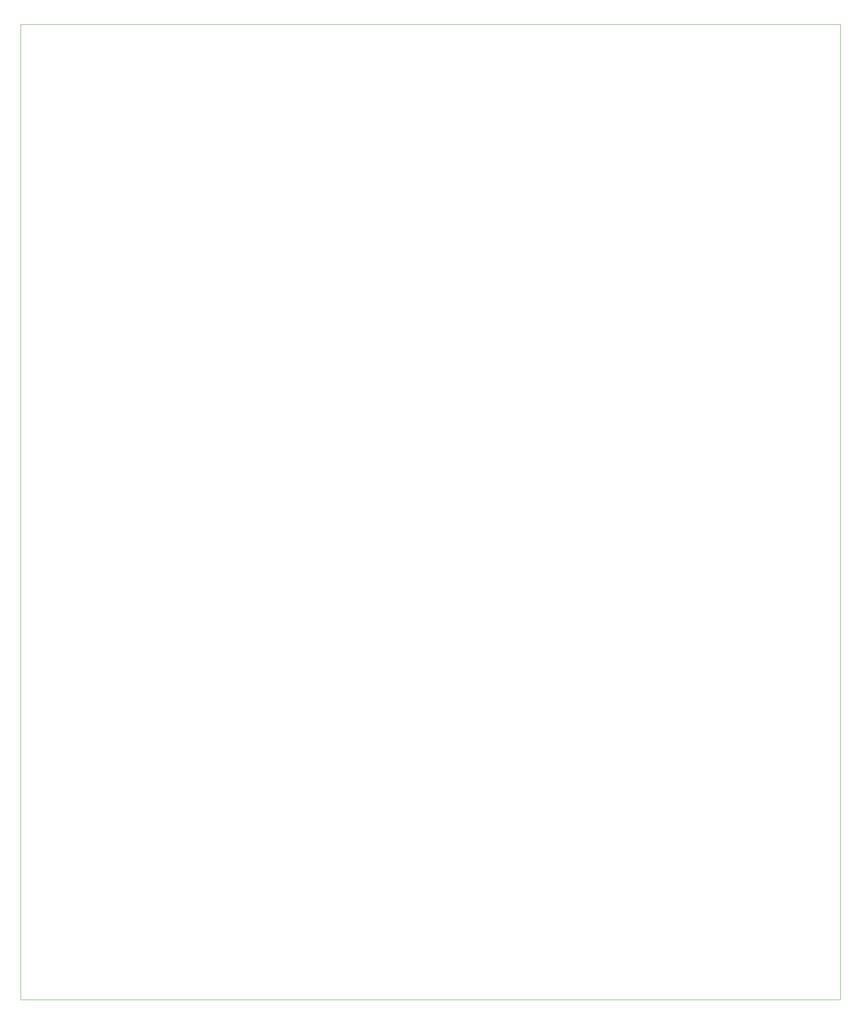
<source format=gbr>
%TF.GenerationSoftware,KiCad,Pcbnew,(6.0.5-0)*%
%TF.CreationDate,2024-02-03T23:16:41-05:00*%
%TF.ProjectId,RoboBoat PCB,526f626f-426f-4617-9420-5043422e6b69,rev?*%
%TF.SameCoordinates,Original*%
%TF.FileFunction,Profile,NP*%
%FSLAX46Y46*%
G04 Gerber Fmt 4.6, Leading zero omitted, Abs format (unit mm)*
G04 Created by KiCad (PCBNEW (6.0.5-0)) date 2024-02-03 23:16:41*
%MOMM*%
%LPD*%
G01*
G04 APERTURE LIST*
%TA.AperFunction,Profile*%
%ADD10C,0.050000*%
%TD*%
G04 APERTURE END LIST*
D10*
X37325000Y-27650000D02*
X222925000Y-27650000D01*
X222925000Y-27650000D02*
X222925000Y-248150000D01*
X222925000Y-248150000D02*
X37325000Y-248150000D01*
X37325000Y-248150000D02*
X37325000Y-27650000D01*
M02*

</source>
